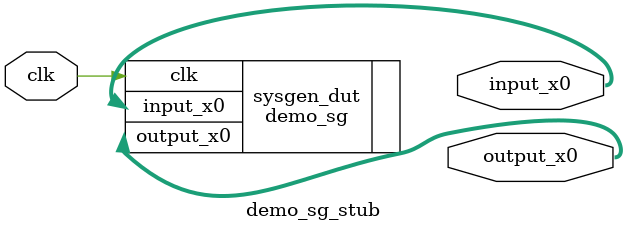
<source format=v>
`timescale 1 ns / 10 ps
module demo_sg_stub (
  input clk,
  output [32-1:0] output_x0,
  output [32-1:0] input_x0
);
  demo_sg sysgen_dut (
    .clk(clk),
    .output_x0(output_x0),
    .input_x0(input_x0)
  );
endmodule

</source>
